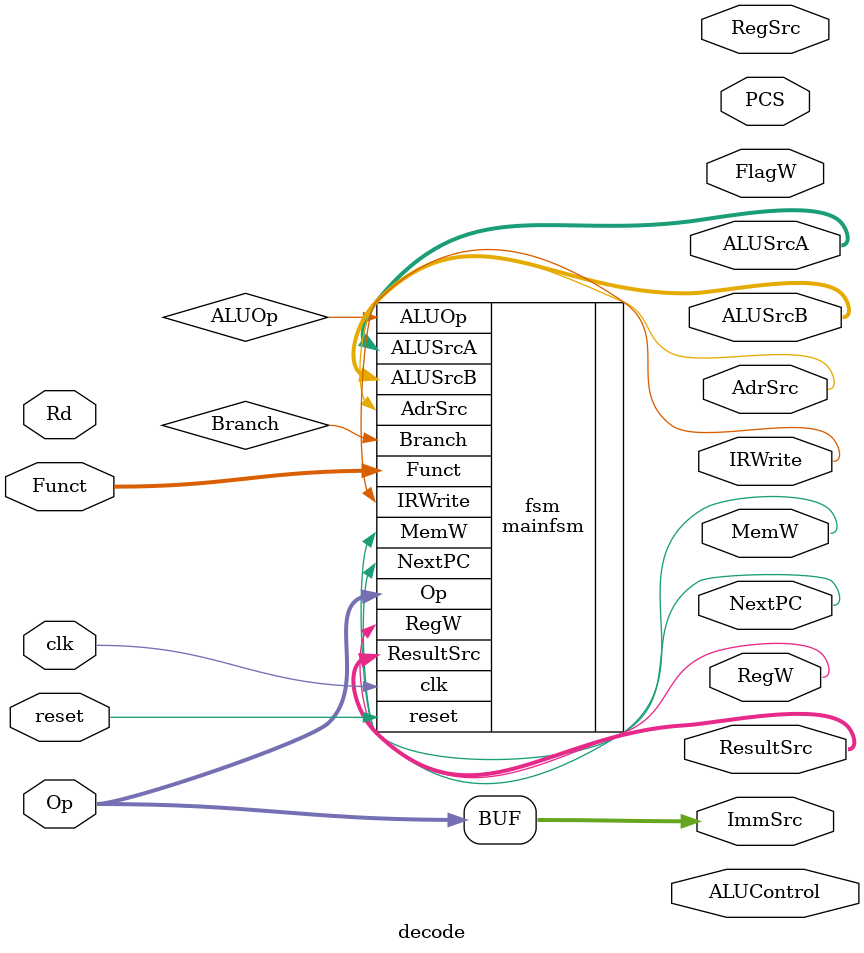
<source format=v>
`include "mainfsm.v"

module decode (
	clk,
	reset,
	Op,
	Funct,
	Rd,
	FlagW,
	PCS,
	NextPC,
	RegW,
	MemW,
	IRWrite,
	AdrSrc,
	ResultSrc,
	ALUSrcA,
	ALUSrcB,
	ImmSrc,
	RegSrc,
	ALUControl
);
	input wire clk;
	input wire reset;
	input wire [1:0] Op;
	input wire [5:0] Funct;
	input wire [3:0] Rd;
	output wire [1:0] FlagW;
	output wire PCS;
	output wire NextPC;
	output wire RegW;
	output wire MemW;
	output wire IRWrite;
	output wire AdrSrc;
	output wire [1:0] ResultSrc;
	output wire [1:0] ALUSrcA;
	output wire [1:0] ALUSrcB;
	output wire [1:0] ImmSrc;
	output wire [1:0] RegSrc;
	output wire [1:0] ALUControl;
	wire Branch;
	wire ALUOp;

	// Main FSM
	mainfsm fsm(
		.clk(clk),
		.reset(reset),
		.Op(Op),
		.Funct(Funct),
		.IRWrite(IRWrite),
		.AdrSrc(AdrSrc),
		.ALUSrcA(ALUSrcA),
		.ALUSrcB(ALUSrcB),
		.ResultSrc(ResultSrc),
		.NextPC(NextPC),
		.RegW(RegW),
		.MemW(MemW),
		.Branch(Branch),
		.ALUOp(ALUOp)
	);

	// ADD CODE BELOW
	// Add code for the ALU Decoder and PC Logic.
	// Remember, you may reuse code from previous labs.
	// ALU Decoder

	// PC Logic


	// Add code for the Instruction Decoder (Instr Decoder) below.
	// Recall that the input to Instr Decoder is Op, and the outputs are
	// ImmSrc and RegSrc. We've completed the ImmSrc logic for you.

	// Instr Decoder
	assign ImmSrc = Op;
endmodule
</source>
